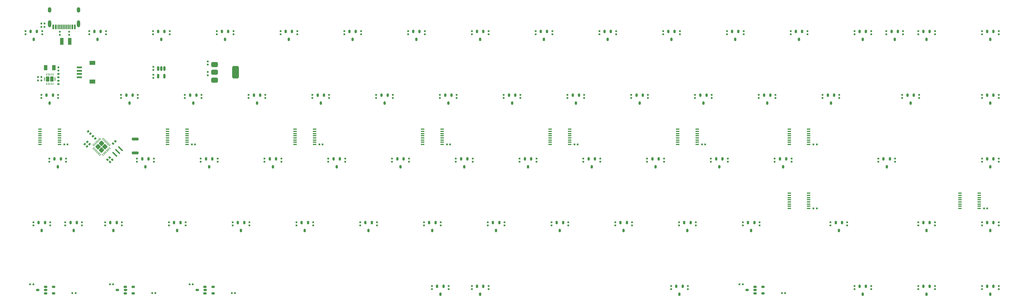
<source format=gbr>
%TF.GenerationSoftware,KiCad,Pcbnew,8.0.6*%
%TF.CreationDate,2024-11-20T17:36:00+07:00*%
%TF.ProjectId,Heart HE 65,48656172-7420-4484-9520-36352e6b6963,rev?*%
%TF.SameCoordinates,Original*%
%TF.FileFunction,Paste,Bot*%
%TF.FilePolarity,Positive*%
%FSLAX46Y46*%
G04 Gerber Fmt 4.6, Leading zero omitted, Abs format (unit mm)*
G04 Created by KiCad (PCBNEW 8.0.6) date 2024-11-20 17:36:00*
%MOMM*%
%LPD*%
G01*
G04 APERTURE LIST*
G04 Aperture macros list*
%AMRoundRect*
0 Rectangle with rounded corners*
0 $1 Rounding radius*
0 $2 $3 $4 $5 $6 $7 $8 $9 X,Y pos of 4 corners*
0 Add a 4 corners polygon primitive as box body*
4,1,4,$2,$3,$4,$5,$6,$7,$8,$9,$2,$3,0*
0 Add four circle primitives for the rounded corners*
1,1,$1+$1,$2,$3*
1,1,$1+$1,$4,$5*
1,1,$1+$1,$6,$7*
1,1,$1+$1,$8,$9*
0 Add four rect primitives between the rounded corners*
20,1,$1+$1,$2,$3,$4,$5,0*
20,1,$1+$1,$4,$5,$6,$7,0*
20,1,$1+$1,$6,$7,$8,$9,0*
20,1,$1+$1,$8,$9,$2,$3,0*%
%AMRotRect*
0 Rectangle, with rotation*
0 The origin of the aperture is its center*
0 $1 length*
0 $2 width*
0 $3 Rotation angle, in degrees counterclockwise*
0 Add horizontal line*
21,1,$1,$2,0,0,$3*%
G04 Aperture macros list end*
%ADD10R,0.620000X0.560000*%
%ADD11RoundRect,0.200000X-0.800000X0.200000X-0.800000X-0.200000X0.800000X-0.200000X0.800000X0.200000X0*%
%ADD12RotRect,0.560000X0.620000X225.000000*%
%ADD13RoundRect,0.150000X-0.150000X0.350000X-0.150000X-0.350000X0.150000X-0.350000X0.150000X0.350000X0*%
%ADD14R,1.000000X0.400000*%
%ADD15RoundRect,0.375000X-0.625000X-0.375000X0.625000X-0.375000X0.625000X0.375000X-0.625000X0.375000X0*%
%ADD16RoundRect,0.500000X-0.500000X-1.400000X0.500000X-1.400000X0.500000X1.400000X-0.500000X1.400000X0*%
%ADD17R,0.560000X0.620000*%
%ADD18RotRect,0.400000X1.900000X225.000000*%
%ADD19RoundRect,0.150000X0.350000X0.150000X-0.350000X0.150000X-0.350000X-0.150000X0.350000X-0.150000X0*%
%ADD20RoundRect,0.250000X0.537401X0.000000X0.000000X0.537401X-0.537401X0.000000X0.000000X-0.537401X0*%
%ADD21RoundRect,0.050000X0.247487X-0.176777X-0.176777X0.247487X-0.247487X0.176777X0.176777X-0.247487X0*%
%ADD22RoundRect,0.050000X0.247487X0.176777X0.176777X0.247487X-0.247487X-0.176777X-0.176777X-0.247487X0*%
%ADD23RotRect,0.560000X0.620000X315.000000*%
%ADD24RoundRect,0.025000X-0.145000X0.100000X-0.145000X-0.100000X0.145000X-0.100000X0.145000X0.100000X0*%
%ADD25RoundRect,0.106000X-0.424000X0.644000X-0.424000X-0.644000X0.424000X-0.644000X0.424000X0.644000X0*%
%ADD26RoundRect,0.060000X-0.060000X0.240000X-0.060000X-0.240000X0.060000X-0.240000X0.060000X0.240000X0*%
%ADD27R,1.800000X1.200000*%
%ADD28R,1.550000X0.600000*%
%ADD29RotRect,0.560000X0.620000X135.000000*%
%ADD30R,1.000000X1.500000*%
%ADD31R,0.600000X1.450000*%
%ADD32R,0.300000X1.450000*%
%ADD33O,1.000000X1.600000*%
%ADD34O,1.000000X2.100000*%
%ADD35RoundRect,0.150000X-0.150000X0.512500X-0.150000X-0.512500X0.150000X-0.512500X0.150000X0.512500X0*%
%ADD36RoundRect,0.135000X-0.185000X0.135000X-0.185000X-0.135000X0.185000X-0.135000X0.185000X0.135000X0*%
%ADD37RoundRect,0.140000X0.170000X-0.140000X0.170000X0.140000X-0.170000X0.140000X-0.170000X-0.140000X0*%
%ADD38R,1.140000X2.030000*%
G04 APERTURE END LIST*
D10*
%TO.C,C33*%
X35600000Y270000D03*
X35600000Y1230000D03*
%TD*%
%TO.C,C73*%
X159662500Y-56880000D03*
X159662500Y-55920000D03*
%TD*%
%TO.C,C160*%
X264200000Y-75930000D03*
X264200000Y-74970000D03*
%TD*%
D11*
%TO.C,SW1*%
X30300000Y-31000000D03*
X30300000Y-35200000D03*
%TD*%
D10*
%TO.C,C60*%
X150137500Y-37830000D03*
X150137500Y-36870000D03*
%TD*%
D12*
%TO.C,C13*%
X22701357Y-36533623D03*
X22022535Y-37212445D03*
%TD*%
D13*
%TO.C,U25*%
X41912500Y-55995000D03*
X42862500Y-58345000D03*
X43812500Y-55995000D03*
%TD*%
D10*
%TO.C,C22*%
X21550000Y270000D03*
X21550000Y1230000D03*
%TD*%
D13*
%TO.C,U23*%
X46675000Y-17895000D03*
X47625000Y-20245000D03*
X48575000Y-17895000D03*
%TD*%
D14*
%TO.C,U56*%
X192362500Y-32635938D03*
X192362500Y-31985938D03*
X192362500Y-31335938D03*
X192362500Y-30685938D03*
X192362500Y-30035938D03*
X192362500Y-29385938D03*
X192362500Y-28735938D03*
X192362500Y-28085938D03*
X198162500Y-28085938D03*
X198162500Y-28735938D03*
X198162500Y-29385938D03*
X198162500Y-30035938D03*
X198162500Y-30685938D03*
X198162500Y-31335938D03*
X198162500Y-31985938D03*
X198162500Y-32635938D03*
%TD*%
D10*
%TO.C,C125*%
X126087500Y-37830000D03*
X126087500Y-36870000D03*
%TD*%
%TO.C,C23*%
X31075000Y-18780000D03*
X31075000Y-17820000D03*
%TD*%
D15*
%TO.C,U63*%
X54000000Y-13384344D03*
X54000000Y-11084344D03*
D16*
X60300000Y-11084344D03*
D15*
X54000000Y-8784344D03*
%TD*%
D10*
%TO.C,C18*%
X9643750Y-37830000D03*
X9643750Y-36870000D03*
%TD*%
%TO.C,C123*%
X164187500Y-37830000D03*
X164187500Y-36870000D03*
%TD*%
%TO.C,C17*%
X7262500Y-18780000D03*
X7262500Y-17820000D03*
%TD*%
D13*
%TO.C,U30*%
X70487500Y-36945000D03*
X71437500Y-39295000D03*
X72387500Y-36945000D03*
%TD*%
D10*
%TO.C,C105*%
X178475000Y-18780000D03*
X178475000Y-17820000D03*
%TD*%
%TO.C,C99*%
X121325000Y-18780000D03*
X121325000Y-17820000D03*
%TD*%
%TO.C,R3*%
X10550000Y115344D03*
X10550000Y1075344D03*
%TD*%
%TO.C,C122*%
X49887500Y-37830000D03*
X49887500Y-36870000D03*
%TD*%
%TO.C,C71*%
X183475000Y-18780000D03*
X183475000Y-17820000D03*
%TD*%
D17*
%TO.C,C3*%
X284838750Y-51785938D03*
X283878750Y-51785938D03*
%TD*%
D18*
%TO.C,Y1*%
X25897479Y-33903186D03*
X25048951Y-34751714D03*
X24200423Y-35600242D03*
%TD*%
D13*
%TO.C,U66*%
X184787500Y-36945000D03*
X185737500Y-39295000D03*
X186687500Y-36945000D03*
%TD*%
D10*
%TO.C,C44*%
X92750000Y270000D03*
X92750000Y1230000D03*
%TD*%
%TO.C,C19*%
X4881250Y-56880000D03*
X4881250Y-55920000D03*
%TD*%
D17*
%TO.C,C5*%
X124342500Y-32635938D03*
X123382500Y-32635938D03*
%TD*%
D13*
%TO.C,U75*%
X1431250Y-55995000D03*
X2381250Y-58345000D03*
X3331250Y-55995000D03*
%TD*%
D10*
%TO.C,C24*%
X35837500Y-37830000D03*
X35837500Y-36870000D03*
%TD*%
D13*
%TO.C,U72*%
X203837500Y-36945000D03*
X204787500Y-39295000D03*
X205737500Y-36945000D03*
%TD*%
D10*
%TO.C,C117*%
X2262500Y-18780000D03*
X2262500Y-17820000D03*
%TD*%
%TO.C,C30*%
X54887500Y-37830000D03*
X54887500Y-36870000D03*
%TD*%
D13*
%TO.C,U79*%
X213362500Y-55995000D03*
X214312500Y-58345000D03*
X215262500Y-55995000D03*
%TD*%
D10*
%TO.C,C128*%
X68937500Y-37830000D03*
X68937500Y-36870000D03*
%TD*%
%TO.C,C56*%
X254675000Y270000D03*
X254675000Y1230000D03*
%TD*%
D14*
%TO.C,U45*%
X116162500Y-32635938D03*
X116162500Y-31985938D03*
X116162500Y-31335938D03*
X116162500Y-30685938D03*
X116162500Y-30035938D03*
X116162500Y-29385938D03*
X116162500Y-28735938D03*
X116162500Y-28085938D03*
X121962500Y-28085938D03*
X121962500Y-28735938D03*
X121962500Y-29385938D03*
X121962500Y-30035938D03*
X121962500Y-30685938D03*
X121962500Y-31335938D03*
X121962500Y-31985938D03*
X121962500Y-32635938D03*
%TD*%
D10*
%TO.C,C35*%
X69175000Y-18780000D03*
X69175000Y-17820000D03*
%TD*%
%TO.C,C36*%
X73937500Y-37830000D03*
X73937500Y-36870000D03*
%TD*%
D13*
%TO.C,U55*%
X137162500Y-55995000D03*
X138112500Y-58345000D03*
X139062500Y-55995000D03*
%TD*%
D10*
%TO.C,C58*%
X135850000Y270000D03*
X135850000Y1230000D03*
%TD*%
D13*
%TO.C,U82*%
X227650000Y1155000D03*
X228600000Y-1195000D03*
X229550000Y1155000D03*
%TD*%
D10*
%TO.C,C173*%
X269200000Y-75930000D03*
X269200000Y-74970000D03*
%TD*%
D13*
%TO.C,U77*%
X218125000Y-17895000D03*
X219075000Y-20245000D03*
X220025000Y-17895000D03*
%TD*%
D10*
%TO.C,C75*%
X245150000Y270000D03*
X245150000Y1230000D03*
%TD*%
D17*
%TO.C,C171*%
X60117500Y-77050000D03*
X59157500Y-77050000D03*
%TD*%
D10*
%TO.C,C129*%
X87987500Y-37830000D03*
X87987500Y-36870000D03*
%TD*%
D17*
%TO.C,C176*%
X224423750Y-77050000D03*
X223463750Y-77050000D03*
%TD*%
D10*
%TO.C,C127*%
X30837500Y-37830000D03*
X30837500Y-36870000D03*
%TD*%
D13*
%TO.C,U58*%
X151450000Y1155000D03*
X152400000Y-1195000D03*
X153350000Y1155000D03*
%TD*%
%TO.C,U31*%
X60962500Y-55995000D03*
X61912500Y-58345000D03*
X62862500Y-55995000D03*
%TD*%
%TO.C,U89*%
X260987500Y-17895000D03*
X261937500Y-20245000D03*
X262887500Y-17895000D03*
%TD*%
%TO.C,U92*%
X246700000Y-75045000D03*
X247650000Y-77395000D03*
X248600000Y-75045000D03*
%TD*%
%TO.C,U37*%
X80012500Y-55995000D03*
X80962500Y-58345000D03*
X81912500Y-55995000D03*
%TD*%
%TO.C,U18*%
X32387500Y-36945000D03*
X33337500Y-39295000D03*
X34287500Y-36945000D03*
%TD*%
D10*
%TO.C,C66*%
X169187500Y-37830000D03*
X169187500Y-36870000D03*
%TD*%
%TO.C,C141*%
X59412500Y-56880000D03*
X59412500Y-55920000D03*
%TD*%
D13*
%TO.C,U65*%
X180025000Y-17895000D03*
X180975000Y-20245000D03*
X181925000Y-17895000D03*
%TD*%
D10*
%TO.C,C72*%
X188237500Y-37830000D03*
X188237500Y-36870000D03*
%TD*%
%TO.C,C41*%
X88225000Y-18780000D03*
X88225000Y-17820000D03*
%TD*%
%TO.C,C95*%
X264437500Y-18780000D03*
X264437500Y-17820000D03*
%TD*%
D13*
%TO.C,U10*%
X-950000Y1155000D03*
X0Y-1195000D03*
X950000Y1155000D03*
%TD*%
D10*
%TO.C,C34*%
X59650000Y270000D03*
X59650000Y1230000D03*
%TD*%
D17*
%TO.C,C155*%
X86242500Y-32635938D03*
X85282500Y-32635938D03*
%TD*%
%TO.C,C151*%
X233880000Y-32635938D03*
X232920000Y-32635938D03*
%TD*%
D19*
%TO.C,U26*%
X51161250Y-75250000D03*
X48811250Y-76200000D03*
X51161250Y-77150000D03*
%TD*%
D13*
%TO.C,U12*%
X6193750Y-36945000D03*
X7143750Y-39295000D03*
X8093750Y-36945000D03*
%TD*%
D10*
%TO.C,C28*%
X40600000Y270000D03*
X40600000Y1230000D03*
%TD*%
D13*
%TO.C,U83*%
X237175000Y-17895000D03*
X238125000Y-20245000D03*
X239075000Y-17895000D03*
%TD*%
D10*
%TO.C,C140*%
X135612500Y-56880000D03*
X135612500Y-55920000D03*
%TD*%
D13*
%TO.C,U101*%
X284800000Y-17895000D03*
X285750000Y-20245000D03*
X286700000Y-17895000D03*
%TD*%
%TO.C,U33*%
X10956250Y-55995000D03*
X11906250Y-58345000D03*
X12856250Y-55995000D03*
%TD*%
D10*
%TO.C,C96*%
X102275000Y-18780000D03*
X102275000Y-17820000D03*
%TD*%
D20*
%TO.C,U27*%
X20240625Y-34362805D03*
X21265930Y-33337500D03*
X19215320Y-33337500D03*
X20240625Y-32312195D03*
D21*
X22644788Y-33761764D03*
X22361945Y-34044607D03*
X22079103Y-34327449D03*
X21796260Y-34610292D03*
X21513417Y-34893135D03*
X21230574Y-35175978D03*
X20947732Y-35458820D03*
X20664889Y-35741663D03*
D22*
X19816361Y-35741663D03*
X19533518Y-35458820D03*
X19250676Y-35175978D03*
X18967833Y-34893135D03*
X18684990Y-34610292D03*
X18402147Y-34327449D03*
X18119305Y-34044607D03*
X17836462Y-33761764D03*
D21*
X17836462Y-32913236D03*
X18119305Y-32630393D03*
X18402147Y-32347551D03*
X18684990Y-32064708D03*
X18967833Y-31781865D03*
X19250676Y-31499022D03*
X19533518Y-31216180D03*
X19816361Y-30933337D03*
D22*
X20664889Y-30933337D03*
X20947732Y-31216180D03*
X21230574Y-31499022D03*
X21513417Y-31781865D03*
X21796260Y-32064708D03*
X22079103Y-32347551D03*
X22361945Y-32630393D03*
X22644788Y-32913236D03*
%TD*%
D10*
%TO.C,C43*%
X64412500Y-56880000D03*
X64412500Y-55920000D03*
%TD*%
D17*
%TO.C,C2*%
X10042500Y-32635938D03*
X9082500Y-32635938D03*
%TD*%
D10*
%TO.C,C184*%
X288250000Y-18780000D03*
X288250000Y-17820000D03*
%TD*%
%TO.C,C93*%
X26075000Y-18780000D03*
X26075000Y-17820000D03*
%TD*%
%TO.C,C130*%
X4643750Y-37830000D03*
X4643750Y-36870000D03*
%TD*%
D17*
%TO.C,C14*%
X1282500Y-13496875D03*
X2242500Y-13496875D03*
%TD*%
D10*
%TO.C,C89*%
X240625000Y-18780000D03*
X240625000Y-17820000D03*
%TD*%
D13*
%TO.C,U104*%
X284800000Y-75045000D03*
X285750000Y-77395000D03*
X286700000Y-75045000D03*
%TD*%
D10*
%TO.C,C177*%
X135850000Y-75930000D03*
X135850000Y-74970000D03*
%TD*%
%TO.C,C63*%
X149900000Y270000D03*
X149900000Y1230000D03*
%TD*%
%TO.C,C88*%
X231100000Y270000D03*
X231100000Y1230000D03*
%TD*%
D14*
%TO.C,U51*%
X154262500Y-32635938D03*
X154262500Y-31985938D03*
X154262500Y-31335938D03*
X154262500Y-30685938D03*
X154262500Y-30035938D03*
X154262500Y-29385938D03*
X154262500Y-28735938D03*
X154262500Y-28085938D03*
X160062500Y-28085938D03*
X160062500Y-28735938D03*
X160062500Y-29385938D03*
X160062500Y-30035938D03*
X160062500Y-30685938D03*
X160062500Y-31335938D03*
X160062500Y-31985938D03*
X160062500Y-32635938D03*
%TD*%
D13*
%TO.C,U17*%
X27625000Y-17895000D03*
X28575000Y-20245000D03*
X29525000Y-17895000D03*
%TD*%
D17*
%TO.C,C4*%
X233880000Y-51785938D03*
X232920000Y-51785938D03*
%TD*%
D10*
%TO.C,C37*%
X45362500Y-56880000D03*
X45362500Y-55920000D03*
%TD*%
D13*
%TO.C,U102*%
X284800000Y-36945000D03*
X285750000Y-39295000D03*
X286700000Y-36945000D03*
%TD*%
D10*
%TO.C,C137*%
X192762500Y-56880000D03*
X192762500Y-55920000D03*
%TD*%
%TO.C,C168*%
X14406250Y-56880000D03*
X14406250Y-55920000D03*
%TD*%
D13*
%TO.C,U3*%
X256225000Y1155000D03*
X257175000Y-1195000D03*
X258125000Y1155000D03*
%TD*%
D10*
%TO.C,C113*%
X252293750Y-37830000D03*
X252293750Y-36870000D03*
%TD*%
D23*
%TO.C,C10*%
X17638473Y-30169662D03*
X18317295Y-30848484D03*
%TD*%
D14*
%TO.C,U62*%
X225700000Y-32635938D03*
X225700000Y-31985938D03*
X225700000Y-31335938D03*
X225700000Y-30685938D03*
X225700000Y-30035938D03*
X225700000Y-29385938D03*
X225700000Y-28735938D03*
X225700000Y-28085938D03*
X231500000Y-28085938D03*
X231500000Y-28735938D03*
X231500000Y-29385938D03*
X231500000Y-30035938D03*
X231500000Y-30685938D03*
X231500000Y-31335938D03*
X231500000Y-31985938D03*
X231500000Y-32635938D03*
%TD*%
D10*
%TO.C,C52*%
X116800000Y270000D03*
X116800000Y1230000D03*
%TD*%
%TO.C,C51*%
X-2500000Y270000D03*
X-2500000Y1230000D03*
%TD*%
%TO.C,C85*%
X197762500Y-56880000D03*
X197762500Y-55920000D03*
%TD*%
%TO.C,C31*%
X26312500Y-56880000D03*
X26312500Y-55920000D03*
%TD*%
%TO.C,C124*%
X145137500Y-37830000D03*
X145137500Y-36870000D03*
%TD*%
%TO.C,C118*%
X283250000Y-37830000D03*
X283250000Y-36870000D03*
%TD*%
D13*
%TO.C,U34*%
X75250000Y1155000D03*
X76200000Y-1195000D03*
X77150000Y1155000D03*
%TD*%
%TO.C,U35*%
X84775000Y-17895000D03*
X85725000Y-20245000D03*
X86675000Y-17895000D03*
%TD*%
D10*
%TO.C,C53*%
X126325000Y-18780000D03*
X126325000Y-17820000D03*
%TD*%
%TO.C,C80*%
X226100000Y270000D03*
X226100000Y1230000D03*
%TD*%
%TO.C,C107*%
X243006250Y-56880000D03*
X243006250Y-55920000D03*
%TD*%
%TO.C,C139*%
X154662500Y-56880000D03*
X154662500Y-55920000D03*
%TD*%
D17*
%TO.C,C6*%
X48142500Y-32635938D03*
X47182500Y-32635938D03*
%TD*%
D10*
%TO.C,C7*%
X7362500Y-9616875D03*
X7362500Y-10576875D03*
%TD*%
%TO.C,C143*%
X97512500Y-56880000D03*
X97512500Y-55920000D03*
%TD*%
%TO.C,C111*%
X197525000Y-18780000D03*
X197525000Y-17820000D03*
%TD*%
D19*
%TO.C,U6*%
X53542500Y-75250000D03*
X51192500Y-76200000D03*
X53542500Y-77150000D03*
%TD*%
D10*
%TO.C,C76*%
X193000000Y270000D03*
X193000000Y1230000D03*
%TD*%
D24*
%TO.C,U85*%
X6292500Y-12846875D03*
X3232500Y-12846875D03*
D25*
X5392500Y-13096875D03*
X4132500Y-13096875D03*
D24*
X6292500Y-13346875D03*
X3232500Y-13346875D03*
D26*
X3762500Y-11696875D03*
X4262500Y-11696875D03*
X4762500Y-11696875D03*
X5262500Y-11696875D03*
X5762500Y-11696875D03*
X5762500Y-14496875D03*
X5262500Y-14496875D03*
X4762500Y-14496875D03*
X4262500Y-14496875D03*
X3762500Y-14496875D03*
%TD*%
D17*
%TO.C,C169*%
X12492500Y-77050000D03*
X11532500Y-77050000D03*
%TD*%
D10*
%TO.C,C45*%
X111800000Y270000D03*
X111800000Y1230000D03*
%TD*%
%TO.C,C67*%
X140612500Y-56880000D03*
X140612500Y-55920000D03*
%TD*%
%TO.C,C109*%
X288250000Y-56880000D03*
X288250000Y-55920000D03*
%TD*%
%TO.C,C133*%
X40362500Y-56880000D03*
X40362500Y-55920000D03*
%TD*%
D14*
%TO.C,U74*%
X276658750Y-51785938D03*
X276658750Y-51135938D03*
X276658750Y-50485938D03*
X276658750Y-49835938D03*
X276658750Y-49185938D03*
X276658750Y-48535938D03*
X276658750Y-47885938D03*
X276658750Y-47235938D03*
X282458750Y-47235938D03*
X282458750Y-47885938D03*
X282458750Y-48535938D03*
X282458750Y-49185938D03*
X282458750Y-49835938D03*
X282458750Y-50485938D03*
X282458750Y-51135938D03*
X282458750Y-51785938D03*
%TD*%
D10*
%TO.C,C29*%
X50125000Y-18780000D03*
X50125000Y-17820000D03*
%TD*%
D13*
%TO.C,U36*%
X89537500Y-36945000D03*
X90487500Y-39295000D03*
X91437500Y-36945000D03*
%TD*%
%TO.C,U70*%
X189550000Y1155000D03*
X190500000Y-1195000D03*
X191450000Y1155000D03*
%TD*%
D19*
%TO.C,U8*%
X215467500Y-75250000D03*
X213117500Y-76200000D03*
X215467500Y-77150000D03*
%TD*%
D10*
%TO.C,C86*%
X283250000Y270000D03*
X283250000Y1230000D03*
%TD*%
D13*
%TO.C,U43*%
X99062500Y-55995000D03*
X100012500Y-58345000D03*
X100962500Y-55995000D03*
%TD*%
%TO.C,U15*%
X191931250Y-75045000D03*
X192881250Y-77395000D03*
X193831250Y-75045000D03*
%TD*%
D10*
%TO.C,R2*%
X7799999Y115344D03*
X7799999Y1075344D03*
%TD*%
%TO.C,C79*%
X178712500Y-56880000D03*
X178712500Y-55920000D03*
%TD*%
D13*
%TO.C,U103*%
X284800000Y-55995000D03*
X285750000Y-58345000D03*
X286700000Y-55995000D03*
%TD*%
%TO.C,U52*%
X132400000Y1155000D03*
X133350000Y-1195000D03*
X134300000Y1155000D03*
%TD*%
%TO.C,U97*%
X265750000Y-55995000D03*
X266700000Y-58345000D03*
X267650000Y-55995000D03*
%TD*%
%TO.C,U22*%
X37150000Y1155000D03*
X38100000Y-1195000D03*
X39050000Y1155000D03*
%TD*%
D10*
%TO.C,C97*%
X216812500Y-56880000D03*
X216812500Y-55920000D03*
%TD*%
D19*
%TO.C,U5*%
X29730000Y-75250000D03*
X27380000Y-76200000D03*
X29730000Y-77150000D03*
%TD*%
D13*
%TO.C,U67*%
X175262500Y-55995000D03*
X176212500Y-58345000D03*
X177162500Y-55995000D03*
%TD*%
D10*
%TO.C,C126*%
X107037500Y-37830000D03*
X107037500Y-36870000D03*
%TD*%
D13*
%TO.C,U54*%
X146687500Y-36945000D03*
X147637500Y-39295000D03*
X148587500Y-36945000D03*
%TD*%
%TO.C,U53*%
X141925000Y-17895000D03*
X142875000Y-20245000D03*
X143825000Y-17895000D03*
%TD*%
D10*
%TO.C,C64*%
X154900000Y270000D03*
X154900000Y1230000D03*
%TD*%
D13*
%TO.C,U29*%
X65725000Y-17895000D03*
X66675000Y-20245000D03*
X67625000Y-17895000D03*
%TD*%
D10*
%TO.C,C49*%
X83462500Y-56880000D03*
X83462500Y-55920000D03*
%TD*%
%TO.C,C82*%
X212050000Y270000D03*
X212050000Y1230000D03*
%TD*%
%TO.C,C138*%
X173712500Y-56880000D03*
X173712500Y-55920000D03*
%TD*%
D27*
%TO.C,J2*%
X17513610Y-8284344D03*
X17513610Y-13884344D03*
D28*
X13638610Y-9584344D03*
X13638611Y-10584344D03*
X13638611Y-11584344D03*
X13638610Y-12584344D03*
%TD*%
D19*
%TO.C,U14*%
X3536250Y-75250000D03*
X1186250Y-76200000D03*
X3536250Y-77150000D03*
%TD*%
D10*
%TO.C,C55*%
X102512500Y-56880000D03*
X102512500Y-55920000D03*
%TD*%
%TO.C,C116*%
X283250000Y-18780000D03*
X283250000Y-17820000D03*
%TD*%
%TO.C,C38*%
X54650000Y270000D03*
X54650000Y1230000D03*
%TD*%
D13*
%TO.C,U40*%
X94300000Y1155000D03*
X95250000Y-1195000D03*
X96200000Y1155000D03*
%TD*%
D17*
%TO.C,C158*%
X210832500Y-74450000D03*
X211792500Y-74450000D03*
%TD*%
D29*
%TO.C,R35*%
X16620238Y-32545540D03*
X15941416Y-31866718D03*
%TD*%
D10*
%TO.C,C46*%
X97750000Y270000D03*
X97750000Y1230000D03*
%TD*%
%TO.C,C69*%
X188000000Y270000D03*
X188000000Y1230000D03*
%TD*%
D17*
%TO.C,C149*%
X46526250Y-74450000D03*
X47486250Y-74450000D03*
%TD*%
%TO.C,C1*%
X3230000Y2499999D03*
X2270000Y2499999D03*
%TD*%
D10*
%TO.C,C74*%
X207050000Y270000D03*
X207050000Y1230000D03*
%TD*%
D14*
%TO.C,U2*%
X1862500Y-32635938D03*
X1862500Y-31985938D03*
X1862500Y-31335938D03*
X1862500Y-30685938D03*
X1862500Y-30035938D03*
X1862500Y-29385938D03*
X1862500Y-28735938D03*
X1862500Y-28085938D03*
X7662500Y-28085938D03*
X7662500Y-28735938D03*
X7662500Y-29385938D03*
X7662500Y-30035938D03*
X7662500Y-30685938D03*
X7662500Y-31335938D03*
X7662500Y-31985938D03*
X7662500Y-32635938D03*
%TD*%
D10*
%TO.C,C163*%
X130850000Y-75930000D03*
X130850000Y-74970000D03*
%TD*%
%TO.C,C32*%
X35700000Y-12764344D03*
X35700000Y-11804344D03*
%TD*%
D13*
%TO.C,U47*%
X122875000Y-17895000D03*
X123825000Y-20245000D03*
X124775000Y-17895000D03*
%TD*%
D10*
%TO.C,C112*%
X216575000Y-18780000D03*
X216575000Y-17820000D03*
%TD*%
%TO.C,C68*%
X168950000Y270000D03*
X168950000Y1230000D03*
%TD*%
%TO.C,C27*%
X16550000Y270000D03*
X16550000Y1230000D03*
%TD*%
D17*
%TO.C,R1*%
X3230000Y3499999D03*
X2270000Y3499999D03*
%TD*%
D13*
%TO.C,U71*%
X199075000Y-17895000D03*
X200025000Y-20245000D03*
X200975000Y-17895000D03*
%TD*%
D10*
%TO.C,C94*%
X250150000Y270000D03*
X250150000Y1230000D03*
%TD*%
%TO.C,C15*%
X259675000Y270000D03*
X259675000Y1230000D03*
%TD*%
D30*
%TO.C,L1*%
X6012500Y-9696875D03*
X3512500Y-9696875D03*
%TD*%
D10*
%TO.C,C142*%
X78462500Y-56880000D03*
X78462500Y-55920000D03*
%TD*%
D17*
%TO.C,C20*%
X1282500Y-12496875D03*
X2242500Y-12496875D03*
%TD*%
D13*
%TO.C,U80*%
X22862500Y-55995000D03*
X23812500Y-58345000D03*
X24762500Y-55995000D03*
%TD*%
D31*
%TO.C,USB1*%
X5825000Y2486000D03*
X6600000Y2486000D03*
D32*
X7300000Y2486000D03*
X7800000Y2486000D03*
X8300000Y2486000D03*
X8800000Y2486000D03*
X9300000Y2486000D03*
X9800000Y2486000D03*
X10300000Y2486000D03*
X10800000Y2486000D03*
D31*
X11500000Y2486000D03*
X12275000Y2486000D03*
D33*
X4730000Y7581000D03*
D34*
X4730000Y3401000D03*
D33*
X13370000Y7581000D03*
D34*
X13370000Y3401000D03*
%TD*%
D10*
%TO.C,C90*%
X257293750Y-37830000D03*
X257293750Y-36870000D03*
%TD*%
%TO.C,C114*%
X235625000Y-18780000D03*
X235625000Y-17820000D03*
%TD*%
D13*
%TO.C,U100*%
X284800000Y1155000D03*
X285750000Y-1195000D03*
X286700000Y1155000D03*
%TD*%
D35*
%TO.C,U19*%
X37150000Y-9946844D03*
X38100000Y-9946844D03*
X39050000Y-9946844D03*
X39050000Y-12221844D03*
X37150000Y-12221844D03*
%TD*%
D13*
%TO.C,U28*%
X56200000Y1155000D03*
X57150000Y-1195000D03*
X58100000Y1155000D03*
%TD*%
D10*
%TO.C,C172*%
X250150000Y-75930000D03*
X250150000Y-74970000D03*
%TD*%
%TO.C,C92*%
X83225000Y-18780000D03*
X83225000Y-17820000D03*
%TD*%
%TO.C,C101*%
X140375000Y-18780000D03*
X140375000Y-17820000D03*
%TD*%
D13*
%TO.C,U94*%
X265750000Y1155000D03*
X266700000Y-1195000D03*
X267650000Y1155000D03*
%TD*%
%TO.C,U42*%
X108587500Y-36945000D03*
X109537500Y-39295000D03*
X110487500Y-36945000D03*
%TD*%
D10*
%TO.C,C59*%
X145375000Y-18780000D03*
X145375000Y-17820000D03*
%TD*%
D14*
%TO.C,U38*%
X78062500Y-32635938D03*
X78062500Y-31985938D03*
X78062500Y-31335938D03*
X78062500Y-30685938D03*
X78062500Y-30035938D03*
X78062500Y-29385938D03*
X78062500Y-28735938D03*
X78062500Y-28085938D03*
X83862500Y-28085938D03*
X83862500Y-28735938D03*
X83862500Y-29385938D03*
X83862500Y-30035938D03*
X83862500Y-30685938D03*
X83862500Y-31335938D03*
X83862500Y-31985938D03*
X83862500Y-32635938D03*
%TD*%
D19*
%TO.C,U4*%
X5917500Y-75250000D03*
X3567500Y-76200000D03*
X5917500Y-77150000D03*
%TD*%
D13*
%TO.C,U91*%
X239556250Y-55995000D03*
X240506250Y-58345000D03*
X241456250Y-55995000D03*
%TD*%
%TO.C,U11*%
X3812500Y-17895000D03*
X4762500Y-20245000D03*
X5712500Y-17895000D03*
%TD*%
D10*
%TO.C,C40*%
X78700000Y270000D03*
X78700000Y1230000D03*
%TD*%
%TO.C,C132*%
X-118750Y-56880000D03*
X-118750Y-55920000D03*
%TD*%
%TO.C,C108*%
X269200000Y-56880000D03*
X269200000Y-55920000D03*
%TD*%
%TO.C,C78*%
X207287500Y-37830000D03*
X207287500Y-36870000D03*
%TD*%
%TO.C,C100*%
X269200000Y270000D03*
X269200000Y1230000D03*
%TD*%
%TO.C,C144*%
X116562500Y-56880000D03*
X116562500Y-55920000D03*
%TD*%
D14*
%TO.C,U32*%
X39962500Y-32635938D03*
X39962500Y-31985938D03*
X39962500Y-31335938D03*
X39962500Y-30685938D03*
X39962500Y-30035938D03*
X39962500Y-29385938D03*
X39962500Y-28735938D03*
X39962500Y-28085938D03*
X45762500Y-28085938D03*
X45762500Y-28735938D03*
X45762500Y-29385938D03*
X45762500Y-30035938D03*
X45762500Y-30685938D03*
X45762500Y-31335938D03*
X45762500Y-31985938D03*
X45762500Y-32635938D03*
%TD*%
D13*
%TO.C,U73*%
X194312500Y-55995000D03*
X195262500Y-58345000D03*
X196212500Y-55995000D03*
%TD*%
%TO.C,U84*%
X253843750Y-36945000D03*
X254793750Y-39295000D03*
X255743750Y-36945000D03*
%TD*%
%TO.C,U41*%
X103825000Y-17895000D03*
X104775000Y-20245000D03*
X105725000Y-17895000D03*
%TD*%
%TO.C,U48*%
X127637500Y-36945000D03*
X128587500Y-39295000D03*
X129537500Y-36945000D03*
%TD*%
D10*
%TO.C,C57*%
X130850000Y270000D03*
X130850000Y1230000D03*
%TD*%
%TO.C,C65*%
X164425000Y-18780000D03*
X164425000Y-17820000D03*
%TD*%
D13*
%TO.C,U60*%
X165737500Y-36945000D03*
X166687500Y-39295000D03*
X167637500Y-36945000D03*
%TD*%
D17*
%TO.C,C147*%
X-1098750Y-74450000D03*
X-138750Y-74450000D03*
%TD*%
D10*
%TO.C,C174*%
X288250000Y-75930000D03*
X288250000Y-74970000D03*
%TD*%
D17*
%TO.C,C170*%
X36305000Y-77050000D03*
X35345000Y-77050000D03*
%TD*%
D10*
%TO.C,C25*%
X51950000Y-11964344D03*
X51950000Y-11004344D03*
%TD*%
D13*
%TO.C,U64*%
X170500000Y1155000D03*
X171450000Y-1195000D03*
X172400000Y1155000D03*
%TD*%
D17*
%TO.C,C154*%
X162442500Y-32635938D03*
X161482500Y-32635938D03*
%TD*%
D13*
%TO.C,U7*%
X132400000Y-75045000D03*
X133350000Y-77395000D03*
X134300000Y-75045000D03*
%TD*%
%TO.C,U59*%
X160975000Y-17895000D03*
X161925000Y-20245000D03*
X162875000Y-17895000D03*
%TD*%
D10*
%TO.C,C70*%
X173950000Y270000D03*
X173950000Y1230000D03*
%TD*%
%TO.C,C119*%
X221337500Y-37830000D03*
X221337500Y-36870000D03*
%TD*%
D14*
%TO.C,U69*%
X225700000Y-51785938D03*
X225700000Y-51135938D03*
X225700000Y-50485938D03*
X225700000Y-49835938D03*
X225700000Y-49185938D03*
X225700000Y-48535938D03*
X225700000Y-47885938D03*
X225700000Y-47235938D03*
X231500000Y-47235938D03*
X231500000Y-47885938D03*
X231500000Y-48535938D03*
X231500000Y-49185938D03*
X231500000Y-49835938D03*
X231500000Y-50485938D03*
X231500000Y-51135938D03*
X231500000Y-51785938D03*
%TD*%
D13*
%TO.C,U78*%
X222887500Y-36945000D03*
X223837500Y-39295000D03*
X224787500Y-36945000D03*
%TD*%
D10*
%TO.C,C131*%
X9406250Y-56880000D03*
X9406250Y-55920000D03*
%TD*%
D12*
%TO.C,C11*%
X23393435Y-37225702D03*
X22714613Y-37904524D03*
%TD*%
D13*
%TO.C,U16*%
X18100000Y1155000D03*
X19050000Y-1195000D03*
X20000000Y1155000D03*
%TD*%
D10*
%TO.C,C77*%
X202525000Y-18780000D03*
X202525000Y-17820000D03*
%TD*%
%TO.C,C157*%
X190381250Y-75930000D03*
X190381250Y-74970000D03*
%TD*%
%TO.C,C16*%
X2500000Y270000D03*
X2500000Y1230000D03*
%TD*%
%TO.C,C83*%
X221575000Y-18780000D03*
X221575000Y-17820000D03*
%TD*%
D36*
%TO.C,R113*%
X7362500Y-11586875D03*
X7362500Y-12606875D03*
%TD*%
D10*
%TO.C,C87*%
X45125000Y-18780000D03*
X45125000Y-17820000D03*
%TD*%
%TO.C,C106*%
X288250000Y270000D03*
X288250000Y1230000D03*
%TD*%
%TO.C,C39*%
X73700000Y270000D03*
X73700000Y1230000D03*
%TD*%
%TO.C,C146*%
X21312500Y-56880000D03*
X21312500Y-55920000D03*
%TD*%
%TO.C,C26*%
X35700000Y-10364344D03*
X35700000Y-9404344D03*
%TD*%
%TO.C,C54*%
X131087500Y-37830000D03*
X131087500Y-36870000D03*
%TD*%
%TO.C,C136*%
X211812500Y-56880000D03*
X211812500Y-55920000D03*
%TD*%
%TO.C,C102*%
X159425000Y-18780000D03*
X159425000Y-17820000D03*
%TD*%
%TO.C,C47*%
X107275000Y-18780000D03*
X107275000Y-17820000D03*
%TD*%
%TO.C,C153*%
X118943750Y-75930000D03*
X118943750Y-74970000D03*
%TD*%
%TO.C,C185*%
X288250000Y-37830000D03*
X288250000Y-36870000D03*
%TD*%
D37*
%TO.C,C165*%
X7362500Y-14576875D03*
X7362500Y-13616875D03*
%TD*%
D13*
%TO.C,U88*%
X246700000Y1155000D03*
X247650000Y-1195000D03*
X248600000Y1155000D03*
%TD*%
%TO.C,U49*%
X118112500Y-55995000D03*
X119062500Y-58345000D03*
X120012500Y-55995000D03*
%TD*%
D19*
%TO.C,U20*%
X27348750Y-75250000D03*
X24998750Y-76200000D03*
X27348750Y-77150000D03*
%TD*%
D10*
%TO.C,C134*%
X238006250Y-56880000D03*
X238006250Y-55920000D03*
%TD*%
D17*
%TO.C,C152*%
X200542500Y-32635938D03*
X199582500Y-32635938D03*
%TD*%
D13*
%TO.C,U61*%
X156212500Y-55995000D03*
X157162500Y-58345000D03*
X158112500Y-55995000D03*
%TD*%
%TO.C,U44*%
X120493750Y-75045000D03*
X121443750Y-77395000D03*
X122393750Y-75045000D03*
%TD*%
D10*
%TO.C,C81*%
X264200000Y270000D03*
X264200000Y1230000D03*
%TD*%
D13*
%TO.C,U46*%
X113350000Y1155000D03*
X114300000Y-1195000D03*
X115250000Y1155000D03*
%TD*%
D12*
%TO.C,C9*%
X24398413Y-31725297D03*
X23719591Y-32404119D03*
%TD*%
D13*
%TO.C,U76*%
X208600000Y1155000D03*
X209550000Y-1195000D03*
X210500000Y1155000D03*
%TD*%
%TO.C,U98*%
X265750000Y-75045000D03*
X266700000Y-77395000D03*
X267650000Y-75045000D03*
%TD*%
D17*
%TO.C,C148*%
X22713750Y-74450000D03*
X23673750Y-74450000D03*
%TD*%
D10*
%TO.C,C91*%
X64175000Y-18780000D03*
X64175000Y-17820000D03*
%TD*%
%TO.C,C159*%
X245150000Y-75930000D03*
X245150000Y-74970000D03*
%TD*%
D19*
%TO.C,U21*%
X217848750Y-75250000D03*
X215498750Y-76200000D03*
X217848750Y-77150000D03*
%TD*%
D10*
%TO.C,C178*%
X123943750Y-75930000D03*
X123943750Y-74970000D03*
%TD*%
%TO.C,C175*%
X195381250Y-75930000D03*
X195381250Y-74970000D03*
%TD*%
%TO.C,C121*%
X183237500Y-37830000D03*
X183237500Y-36870000D03*
%TD*%
%TO.C,C61*%
X121562500Y-56880000D03*
X121562500Y-55920000D03*
%TD*%
D38*
%TO.C,F1*%
X8350000Y-1819000D03*
X10750000Y-1819000D03*
%TD*%
D10*
%TO.C,C84*%
X226337500Y-37830000D03*
X226337500Y-36870000D03*
%TD*%
D29*
%TO.C,R30*%
X15913132Y-33252647D03*
X15234310Y-32573825D03*
%TD*%
D10*
%TO.C,C145*%
X283250000Y-56880000D03*
X283250000Y-55920000D03*
%TD*%
D23*
%TO.C,C8*%
X16260589Y-28760589D03*
X16939411Y-29439411D03*
%TD*%
D10*
%TO.C,C161*%
X283250000Y-75930000D03*
X283250000Y-74970000D03*
%TD*%
D13*
%TO.C,U24*%
X51437500Y-36945000D03*
X52387500Y-39295000D03*
X53337500Y-36945000D03*
%TD*%
D10*
%TO.C,C135*%
X264200000Y-56880000D03*
X264200000Y-55920000D03*
%TD*%
%TO.C,C42*%
X92987500Y-37830000D03*
X92987500Y-36870000D03*
%TD*%
%TO.C,C48*%
X112037500Y-37830000D03*
X112037500Y-36870000D03*
%TD*%
%TO.C,C21*%
X51950000Y-7804344D03*
X51950000Y-8764344D03*
%TD*%
%TO.C,C120*%
X202287500Y-37830000D03*
X202287500Y-36870000D03*
%TD*%
%TO.C,C115*%
X259437500Y-18780000D03*
X259437500Y-17820000D03*
%TD*%
M02*

</source>
